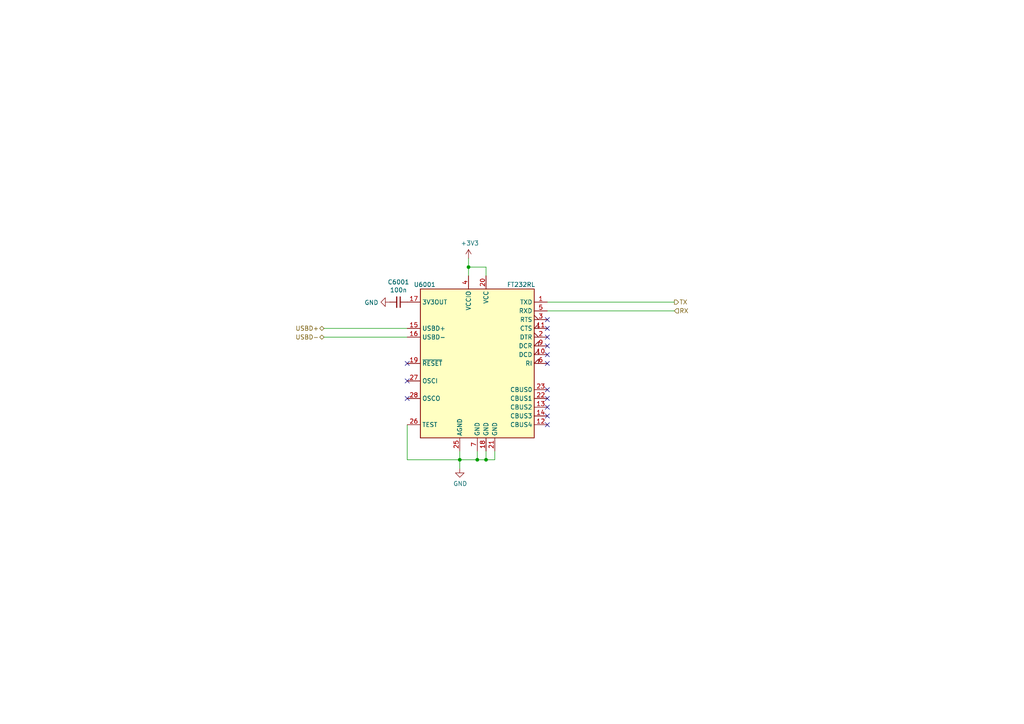
<source format=kicad_sch>
(kicad_sch (version 20250114) (generator "eeschema") (generator_version "9.0")
  (paper "A4")
  (title_block (title "Electromagnetic Fault Injector") (date "2019-10-29") (rev "0.1") (company "Ledger"))
  (lib_symbols
    (symbol "Device:C_Small" (pin_numbers (hide yes)) (pin_names (offset 0.254) (hide yes))
      (property "Reference" "C" (at 0.254 1.778 0))
      (property "Value" "C_Small" (at 0.254 -2.032 0))
      (symbol "C_Small_0_1"
        (polyline (pts (xy -1.524 0.508) (xy 1.524 0.508)) (stroke (width 0.3048)))
        (polyline (pts (xy -1.524 -0.508) (xy 1.524 -0.508)) (stroke (width 0.3302)))
      )
      (symbol "C_Small_1_1"
        (pin passive line (at 0 2.54 270) (length 2.032) (name "~") (number "1"))
        (pin passive line (at 0 -2.54 90) (length 2.032) (name "~") (number "2"))
      )
    )
    (symbol "Interface_USB:FT232RL"
      (property "Reference" "U" (at -16.51 22.86 0))
      (property "Value" "FT232RL" (at 10.16 22.86 0))
      (symbol "FT232RL_0_1"
        (rectangle (start -16.51 21.59) (end 16.51 -21.59) (stroke (width 0.254)) (fill (type background)))
      )
      (symbol "FT232RL_1_1"
        (pin power_out line (at -20.32 17.78 0) (length 3.81) (name "3V3OUT") (number "17"))
        (pin bidirectional line (at -20.32 10.16 0) (length 3.81) (name "USBD+") (number "15"))
        (pin bidirectional line (at -20.32 7.62 0) (length 3.81) (name "USBD-") (number "16"))
        (pin input line (at -20.32 0 0) (length 3.81) (name "~{RESET}") (number "19"))
        (pin input line (at -20.32 -5.08 0) (length 3.81) (name "OSCI") (number "27"))
        (pin output line (at -20.32 -10.16 0) (length 3.81) (name "OSCO") (number "28"))
        (pin input line (at -20.32 -17.78 0) (length 3.81) (name "TEST") (number "26"))
        (pin power_in line (at -5.08 -25.4 90) (length 3.81) (name "AGND") (number "25"))
        (pin power_in line (at -2.54 25.4 270) (length 3.81) (name "VCCIO") (number "4"))
        (pin power_in line (at 0 -25.4 90) (length 3.81) (name "GND") (number "7"))
        (pin power_in line (at 2.54 25.4 270) (length 3.81) (name "VCC") (number "20"))
        (pin power_in line (at 2.54 -25.4 90) (length 3.81) (name "GND") (number "18"))
        (pin power_in line (at 5.08 -25.4 90) (length 3.81) (name "GND") (number "21"))
        (pin output line (at 20.32 17.78 180) (length 3.81) (name "TXD") (number "1"))
        (pin input line (at 20.32 15.24 180) (length 3.81) (name "RXD") (number "5"))
        (pin output output_low (at 20.32 12.7 180) (length 3.81) (name "RTS") (number "3"))
        (pin input input_low (at 20.32 10.16 180) (length 3.81) (name "CTS") (number "11"))
        (pin output output_low (at 20.32 7.62 180) (length 3.81) (name "DTR") (number "2"))
        (pin input input_low (at 20.32 5.08 180) (length 3.81) (name "DCR") (number "9"))
        (pin input input_low (at 20.32 2.54 180) (length 3.81) (name "DCD") (number "10"))
        (pin input input_low (at 20.32 0 180) (length 3.81) (name "RI") (number "6"))
        (pin bidirectional line (at 20.32 -7.62 180) (length 3.81) (name "CBUS0") (number "23"))
        (pin bidirectional line (at 20.32 -10.16 180) (length 3.81) (name "CBUS1") (number "22"))
        (pin bidirectional line (at 20.32 -12.7 180) (length 3.81) (name "CBUS2") (number "13"))
        (pin bidirectional line (at 20.32 -15.24 180) (length 3.81) (name "CBUS3") (number "14"))
        (pin bidirectional line (at 20.32 -17.78 180) (length 3.81) (name "CBUS4") (number "12"))
      )
    )
    (symbol "power:+3V3" (power) (pin_names (offset 0))
      (property "Value" "+3V3" (at 0 3.556 0))
      (symbol "+3V3_0_1"
        (polyline (pts (xy -0.762 1.27) (xy 0 2.54)))
        (polyline (pts (xy 0 2.54) (xy 0.762 1.27)))
        (polyline (pts (xy 0 0) (xy 0 2.54)))
      )
      (symbol "+3V3_1_1"
        (pin power_in line (at 0 0 90) (length 0) (hide yes) (name "+3V3") (number "1"))
      )
    )
    (symbol "power:GND" (power) (pin_names (offset 0))
      (property "Value" "GND" (at 0 -3.81 0))
      (symbol "GND_0_1"
        (polyline (pts (xy 0 0) (xy 0 -1.27) (xy 1.27 -1.27) (xy 0 -2.54) (xy -1.27 -1.27) (xy 0 -1.27)))
      )
      (symbol "GND_1_1"
        (pin power_in line (at 0 0 270) (length 0) (hide yes) (name "GND") (number "1"))
      )
    )
  )
  (junction (at 133.35 133.35))
  (junction (at 135.89 77.47))
  (junction (at 138.43 133.35))
  (junction (at 140.97 133.35))
  (no_connect (at 158.75 115.57))
  (no_connect (at 158.75 92.71))
  (no_connect (at 158.75 123.19))
  (no_connect (at 158.75 95.25))
  (no_connect (at 158.75 105.41))
  (no_connect (at 118.11 115.57))
  (no_connect (at 158.75 113.03))
  (no_connect (at 158.75 102.87))
  (no_connect (at 158.75 97.79))
  (no_connect (at 158.75 118.11))
  (no_connect (at 118.11 105.41))
  (no_connect (at 158.75 100.33))
  (no_connect (at 158.75 120.65))
  (no_connect (at 118.11 110.49))
  (wire (pts (xy 133.35 133.35) (xy 118.11 133.35)))
  (wire (pts (xy 138.43 133.35) (xy 133.35 133.35)))
  (wire (pts (xy 133.35 133.35) (xy 133.35 135.89)))
  (wire (pts (xy 133.35 130.81) (xy 133.35 133.35)))
  (wire (pts (xy 140.97 133.35) (xy 138.43 133.35)))
  (wire (pts (xy 158.75 90.17) (xy 195.58 90.17)))
  (wire (pts (xy 118.11 123.19) (xy 118.11 133.35)))
  (wire (pts (xy 138.43 130.81) (xy 138.43 133.35)))
  (wire (pts (xy 140.97 130.81) (xy 140.97 133.35)))
  (wire (pts (xy 143.51 130.81) (xy 143.51 133.35)))
  (wire (pts (xy 135.89 80.01) (xy 135.89 77.47)))
  (wire (pts (xy 140.97 77.47) (xy 135.89 77.47)))
  (wire (pts (xy 135.89 74.93) (xy 135.89 77.47)))
  (wire (pts (xy 158.75 87.63) (xy 195.58 87.63)))
  (wire (pts (xy 93.98 97.79) (xy 118.11 97.79)))
  (wire (pts (xy 140.97 80.01) (xy 140.97 77.47)))
  (wire (pts (xy 93.98 95.25) (xy 118.11 95.25)))
  (wire (pts (xy 143.51 133.35) (xy 140.97 133.35)))
  (hierarchical_label "USBD+" (shape bidirectional) (at 93.98 95.25 180))
  (hierarchical_label "TX" (shape output) (at 195.58 87.63 0))
  (hierarchical_label "RX" (shape input) (at 195.58 90.17 0))
  (hierarchical_label "USBD-" (shape bidirectional) (at 93.98 97.79 180))
  (symbol (lib_id "Device:C_Small") (at 115.57 87.63 270) (unit 1)
    (property "Reference" "C6001" (at 115.57 81.8134 90))
    (property "Value" "100n" (at 115.57 84.1248 90))
    (property "Footprint" "Capacitor_SMD:C_0603_1608Metric" (effects (hide yes)))
    (property "Manufacturer" "Multicomp" (effects (hide yes)))
    (property "Vendor" "Farnell" (effects (hide yes)))
    (property "ManufacturerRef" "MC0603B104K250CT" (effects (hide yes)))
    (property "VendorRef" "1759037" (effects (hide yes)))
    (property "Price" "0.0477" (effects (hide yes)))
    (property "Voltage" "25" (effects (hide yes)))
  )
  (symbol (lib_id "power:GND") (at 113.03 87.63 270) (unit 1)
    (property "Reference" "#PWR06001" (effects (hide yes)))
    (property "Value" "GND" (at 109.7788 87.757 90) (effects (justify right)))
  )
  (symbol (lib_id "power:GND") (at 133.35 135.89 0) (unit 1)
    (property "Reference" "#PWR06002" (effects (hide yes)))
    (property "Value" "GND" (at 133.477 140.2842 0))
  )
  (symbol (lib_id "Interface_USB:FT232RL") (at 138.43 105.41 0) (unit 1)
    (property "Reference" "U6001" (at 123.19 82.55 0))
    (property "Value" "FT232RL" (at 151.13 82.55 0))
    (property "Footprint" "Package_SO:SSOP-28_5.3x10.2mm_P0.65mm" (effects (hide yes)))
    (property "Datasheet" "http://www.ftdichip.com/Products/ICs/FT232RL.htm" (effects (hide yes)))
    (property "Manufacturer" "FTDI" (effects (hide yes)))
    (property "ManufacturerRef" "FT232RL" (effects (hide yes)))
    (property "Vendor" "Farnell" (effects (hide yes)))
    (property "VendorRef" "1146032" (effects (hide yes)))
    (property "Price" "4.05" (effects (hide yes)))
  )
  (symbol (lib_id "power:+3V3") (at 135.89 74.93 0) (unit 1)
    (property "Reference" "#PWR06003" (effects (hide yes)))
    (property "Value" "+3V3" (at 136.271 70.5358 0))
  )
)
</source>
